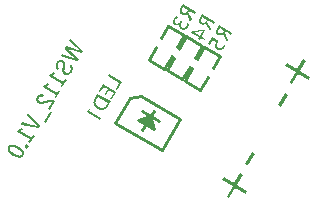
<source format=gbo>
G04*
G04 #@! TF.GenerationSoftware,Altium Limited,Altium Designer,20.2.8 (258)*
G04*
G04 Layer_Color=32896*
%FSLAX25Y25*%
%MOIN*%
G70*
G04*
G04 #@! TF.SameCoordinates,CDCB3E45-2178-442F-9089-F16855EB5547*
G04*
G04*
G04 #@! TF.FilePolarity,Positive*
G04*
G01*
G75*
%ADD10C,0.01000*%
G36*
X-21442Y136931D02*
X-21941Y136066D01*
X-25118Y137057D01*
X-25399Y137144D01*
X-25683Y137244D01*
X-25967Y137344D01*
X-26231Y137443D01*
X-26357Y137483D01*
X-26462Y137523D01*
X-26559Y137558D01*
X-26644Y137596D01*
X-26713Y137625D01*
X-26765Y137645D01*
X-26802Y137655D01*
X-26810Y137660D01*
X-26633Y137504D01*
X-26467Y137366D01*
X-26309Y137232D01*
X-26171Y137120D01*
X-26041Y137013D01*
X-25935Y136919D01*
X-25836Y136830D01*
X-25749Y136759D01*
X-25671Y136692D01*
X-25608Y136635D01*
X-25553Y136582D01*
X-25510Y136546D01*
X-25482Y136519D01*
X-25463Y136497D01*
X-25447Y136488D01*
X-25439Y136483D01*
X-22982Y134264D01*
X-23481Y133399D01*
X-29130Y135122D01*
X-28727Y135819D01*
X-25570Y134776D01*
X-25436Y134730D01*
X-25302Y134685D01*
X-25168Y134640D01*
X-25047Y134591D01*
X-24937Y134559D01*
X-24860Y134526D01*
X-24823Y134515D01*
X-24795Y134509D01*
X-24787Y134505D01*
X-24779Y134500D01*
X-24657Y134451D01*
X-24544Y134407D01*
X-24438Y134368D01*
X-24349Y134338D01*
X-24268Y134312D01*
X-24199Y134283D01*
X-24134Y134267D01*
X-24089Y134252D01*
X-24008Y134226D01*
X-23955Y134206D01*
X-23941Y134204D01*
X-24081Y134321D01*
X-24230Y134451D01*
X-24372Y134575D01*
X-24502Y134683D01*
X-24612Y134789D01*
X-24731Y134879D01*
X-24829Y134967D01*
X-24912Y135047D01*
X-24990Y135114D01*
X-25061Y135176D01*
X-25121Y135221D01*
X-25168Y135269D01*
X-25203Y135301D01*
X-25235Y135319D01*
X-25246Y135336D01*
X-25254Y135341D01*
X-27724Y137557D01*
X-27201Y138462D01*
X-24049Y137465D01*
X-23997Y137445D01*
X-23915Y137420D01*
X-23818Y137385D01*
X-23700Y137349D01*
X-23566Y137303D01*
X-23424Y137253D01*
X-23132Y137149D01*
X-22982Y137094D01*
X-22848Y137049D01*
X-22714Y137004D01*
X-22600Y136960D01*
X-22511Y136929D01*
X-22430Y136904D01*
X-22403Y136895D01*
X-22682Y137114D01*
X-22816Y137234D01*
X-22954Y137346D01*
X-23076Y137448D01*
X-23199Y137551D01*
X-23310Y137636D01*
X-23408Y137725D01*
X-23495Y137796D01*
X-23574Y137863D01*
X-23637Y137921D01*
X-23692Y137974D01*
X-23743Y138014D01*
X-23770Y138041D01*
X-23790Y138063D01*
X-23798Y138067D01*
X-26202Y140193D01*
X-25791Y140906D01*
X-21442Y136931D01*
D02*
G37*
G36*
X-28802Y133950D02*
X-28618Y133918D01*
X-28463Y133872D01*
X-28394Y133843D01*
X-28342Y133823D01*
X-28289Y133803D01*
X-28257Y133785D01*
X-28241Y133776D01*
X-28233Y133771D01*
X-28045Y133652D01*
X-27912Y133532D01*
X-27799Y133413D01*
X-27730Y133310D01*
X-27673Y133223D01*
X-27640Y133151D01*
X-27627Y133100D01*
X-27623Y133088D01*
X-27577Y132965D01*
X-27538Y132847D01*
X-27496Y132587D01*
X-27487Y132325D01*
X-27502Y132078D01*
X-27523Y131855D01*
X-27533Y131765D01*
X-27546Y131687D01*
X-27562Y131621D01*
X-27574Y131564D01*
X-27580Y131535D01*
X-27584Y131527D01*
X-27644Y131295D01*
X-27677Y131164D01*
X-27700Y131049D01*
X-27724Y130935D01*
X-27746Y130841D01*
X-27760Y130742D01*
X-27765Y130660D01*
X-27778Y130507D01*
X-27776Y130399D01*
X-27769Y130320D01*
X-27768Y130266D01*
X-27764Y130253D01*
X-27726Y130135D01*
X-27670Y130028D01*
X-27597Y129933D01*
X-27528Y129850D01*
X-27449Y129783D01*
X-27389Y129738D01*
X-27341Y129710D01*
X-27333Y129705D01*
X-27325Y129701D01*
X-27200Y129639D01*
X-27082Y129603D01*
X-26963Y129588D01*
X-26873Y129578D01*
X-26785Y129581D01*
X-26722Y129598D01*
X-26676Y129604D01*
X-26664Y129607D01*
X-26519Y129673D01*
X-26381Y129764D01*
X-26262Y129877D01*
X-26151Y129995D01*
X-26066Y130106D01*
X-26026Y130157D01*
X-25998Y130205D01*
X-25971Y130233D01*
X-25939Y130289D01*
X-25868Y130430D01*
X-25815Y130559D01*
X-25779Y130677D01*
X-25755Y130792D01*
X-25738Y130878D01*
X-25734Y130940D01*
X-25727Y130989D01*
X-25730Y131002D01*
X-25769Y131194D01*
X-25837Y131373D01*
X-25927Y131531D01*
X-26013Y131677D01*
X-26097Y131790D01*
X-26170Y131886D01*
X-26206Y131917D01*
X-26225Y131939D01*
X-26237Y131956D01*
X-26245Y131961D01*
X-25627Y132512D01*
X-25445Y132311D01*
X-25303Y132112D01*
X-25195Y131910D01*
X-25114Y131736D01*
X-25061Y131587D01*
X-25031Y131474D01*
X-25015Y131390D01*
X-25012Y131377D01*
X-25008Y131364D01*
X-25000Y131231D01*
X-24999Y131103D01*
X-25027Y130852D01*
X-25083Y130606D01*
X-25154Y130391D01*
X-25188Y130294D01*
X-25219Y130204D01*
X-25257Y130120D01*
X-25294Y130055D01*
X-25314Y130003D01*
X-25434Y129795D01*
X-25524Y129675D01*
X-25609Y129565D01*
X-25690Y129462D01*
X-25782Y129376D01*
X-25857Y129302D01*
X-25936Y129240D01*
X-26014Y129179D01*
X-26075Y129128D01*
X-26139Y129091D01*
X-26199Y129061D01*
X-26246Y129035D01*
X-26276Y129020D01*
X-26306Y129006D01*
X-26331Y128999D01*
X-26476Y128933D01*
X-26620Y128888D01*
X-26754Y128858D01*
X-26884Y128837D01*
X-27017Y128829D01*
X-27133Y128831D01*
X-27252Y128847D01*
X-27359Y128866D01*
X-27539Y128905D01*
X-27620Y128931D01*
X-27681Y128955D01*
X-27741Y128980D01*
X-27773Y128998D01*
X-27797Y129012D01*
X-27806Y129017D01*
X-27985Y129131D01*
X-28127Y129256D01*
X-28232Y129370D01*
X-28313Y129470D01*
X-28365Y129564D01*
X-28398Y129637D01*
X-28412Y129687D01*
X-28415Y129700D01*
X-28462Y129823D01*
X-28495Y129949D01*
X-28525Y130084D01*
X-28537Y130229D01*
X-28537Y130507D01*
X-28521Y130775D01*
X-28505Y130895D01*
X-28490Y131014D01*
X-28467Y131108D01*
X-28458Y131199D01*
X-28437Y131272D01*
X-28425Y131329D01*
X-28415Y131366D01*
X-28410Y131374D01*
X-28349Y131627D01*
X-28295Y131831D01*
X-28264Y132016D01*
X-28238Y132172D01*
X-28230Y132296D01*
X-28224Y132399D01*
X-28224Y132473D01*
X-28229Y132519D01*
X-28233Y132532D01*
X-28271Y132650D01*
X-28327Y132757D01*
X-28392Y132848D01*
X-28474Y132928D01*
X-28545Y132990D01*
X-28600Y133043D01*
X-28648Y133071D01*
X-28656Y133075D01*
X-28664Y133080D01*
X-28781Y133137D01*
X-28891Y133168D01*
X-28997Y133187D01*
X-29093Y133188D01*
X-29172Y133181D01*
X-29230Y133172D01*
X-29268Y133162D01*
X-29281Y133158D01*
X-29416Y133108D01*
X-29537Y133029D01*
X-29647Y132932D01*
X-29736Y132833D01*
X-29815Y132751D01*
X-29874Y132668D01*
X-29916Y132596D01*
X-29982Y132463D01*
X-30019Y132324D01*
X-30044Y132189D01*
X-30048Y132052D01*
X-30034Y131927D01*
X-30009Y131805D01*
X-29970Y131687D01*
X-29927Y131577D01*
X-29875Y131482D01*
X-29822Y131388D01*
X-29773Y131307D01*
X-29728Y131237D01*
X-29681Y131189D01*
X-29650Y131150D01*
X-29627Y131115D01*
X-29619Y131111D01*
X-30209Y130533D01*
X-30387Y130742D01*
X-30520Y130957D01*
X-30618Y131175D01*
X-30689Y131386D01*
X-30738Y131596D01*
X-30756Y131788D01*
X-30760Y131983D01*
X-30741Y132164D01*
X-30719Y132333D01*
X-30685Y132484D01*
X-30639Y132618D01*
X-30603Y132736D01*
X-30560Y132829D01*
X-30531Y132898D01*
X-30425Y133082D01*
X-30340Y133193D01*
X-30170Y133394D01*
X-30003Y133554D01*
X-29925Y133616D01*
X-29847Y133677D01*
X-29765Y133726D01*
X-29700Y133764D01*
X-29636Y133801D01*
X-29589Y133827D01*
X-29546Y133846D01*
X-29516Y133860D01*
X-29499Y133872D01*
X-29487Y133875D01*
X-29368Y133914D01*
X-29246Y133940D01*
X-29129Y133957D01*
X-29021Y133959D01*
X-28914Y133961D01*
X-28802Y133950D01*
D02*
G37*
G36*
X-30802Y129433D02*
X-30911Y129336D01*
X-31011Y129255D01*
X-31119Y129178D01*
X-31210Y129113D01*
X-31301Y129048D01*
X-31383Y128999D01*
X-31529Y128913D01*
X-31645Y128841D01*
X-31738Y128809D01*
X-31793Y128788D01*
X-31811Y128777D01*
X-28134Y126654D01*
X-27584Y127607D01*
X-27015Y127278D01*
X-28467Y124763D01*
X-29036Y125092D01*
X-28518Y125989D01*
X-32900Y128519D01*
X-32590Y129055D01*
X-32329Y129193D01*
X-32088Y129332D01*
X-31873Y129464D01*
X-31687Y129602D01*
X-31600Y129659D01*
X-31539Y129709D01*
X-31470Y129755D01*
X-31422Y129802D01*
X-31378Y129840D01*
X-31344Y129863D01*
X-31326Y129875D01*
X-31322Y129883D01*
X-30802Y129433D01*
D02*
G37*
G36*
X-35382Y122443D02*
X-35164Y122413D01*
X-34964Y122372D01*
X-34890Y122351D01*
X-34817Y122330D01*
X-34764Y122311D01*
X-34719Y122295D01*
X-34691Y122290D01*
X-34683Y122285D01*
X-34931Y121542D01*
X-35117Y121607D01*
X-35285Y121650D01*
X-35440Y121676D01*
X-35582Y121672D01*
X-35715Y121663D01*
X-35828Y121633D01*
X-35934Y121598D01*
X-36024Y121553D01*
X-36101Y121512D01*
X-36174Y121459D01*
X-36223Y121412D01*
X-36271Y121365D01*
X-36307Y121322D01*
X-36334Y121294D01*
X-36352Y121262D01*
X-36409Y121145D01*
X-36445Y121027D01*
X-36468Y120913D01*
X-36487Y120806D01*
X-36501Y120707D01*
X-36502Y120633D01*
X-36496Y120587D01*
X-36498Y120566D01*
X-36448Y120485D01*
X-36379Y120402D01*
X-36305Y120327D01*
X-36226Y120260D01*
X-36150Y120206D01*
X-36091Y120161D01*
X-36051Y120138D01*
X-36043Y120133D01*
X-36035Y120128D01*
X-35926Y120076D01*
X-35825Y120029D01*
X-35723Y120002D01*
X-35629Y119980D01*
X-35551Y119967D01*
X-35494Y119955D01*
X-35453Y119952D01*
X-35440Y119956D01*
X-35366Y119956D01*
X-35286Y119963D01*
X-35098Y119993D01*
X-34905Y120031D01*
X-34720Y120074D01*
X-34548Y120114D01*
X-34409Y120151D01*
X-34354Y120173D01*
X-34316Y120183D01*
X-34291Y120189D01*
X-34278Y120193D01*
X-33995Y120275D01*
X-33722Y120342D01*
X-33453Y120400D01*
X-33202Y120447D01*
X-32967Y120483D01*
X-32738Y120511D01*
X-32534Y120531D01*
X-32339Y120536D01*
X-32160Y120551D01*
X-32010Y120550D01*
X-31874Y120546D01*
X-31758Y120543D01*
X-31675Y120538D01*
X-31601Y120538D01*
X-31564Y120527D01*
X-31552Y120531D01*
X-31071Y120253D01*
X-32773Y117305D01*
X-33358Y117643D01*
X-32049Y119910D01*
X-32198Y119911D01*
X-32364Y119900D01*
X-32535Y119881D01*
X-32711Y119854D01*
X-33067Y119793D01*
X-33404Y119709D01*
X-33568Y119665D01*
X-33715Y119633D01*
X-33846Y119591D01*
X-33959Y119560D01*
X-34053Y119529D01*
X-34120Y119504D01*
X-34171Y119490D01*
X-34183Y119487D01*
X-34471Y119396D01*
X-34723Y119328D01*
X-34938Y119271D01*
X-35131Y119233D01*
X-35274Y119208D01*
X-35378Y119194D01*
X-35449Y119182D01*
X-35470Y119183D01*
X-35660Y119186D01*
X-35837Y119213D01*
X-36009Y119248D01*
X-36151Y119298D01*
X-36272Y119347D01*
X-36362Y119377D01*
X-36394Y119396D01*
X-36418Y119410D01*
X-36434Y119419D01*
X-36442Y119423D01*
X-36546Y119483D01*
X-36633Y119555D01*
X-36786Y119697D01*
X-36914Y119845D01*
X-37005Y119983D01*
X-37072Y120108D01*
X-37120Y120210D01*
X-37145Y120278D01*
X-37156Y120295D01*
X-37152Y120303D01*
X-37182Y120417D01*
X-37200Y120534D01*
X-37197Y120650D01*
X-37194Y120766D01*
X-37165Y120984D01*
X-37115Y121179D01*
X-37047Y121354D01*
X-37026Y121427D01*
X-36994Y121483D01*
X-36974Y121536D01*
X-36937Y121600D01*
X-36810Y121783D01*
X-36671Y121949D01*
X-36531Y122081D01*
X-36401Y122177D01*
X-36280Y122257D01*
X-36186Y122309D01*
X-36151Y122332D01*
X-36121Y122346D01*
X-36101Y122345D01*
X-36096Y122353D01*
X-35978Y122392D01*
X-35864Y122422D01*
X-35614Y122449D01*
X-35382Y122443D01*
D02*
G37*
G36*
X-32920Y125764D02*
X-33029Y125667D01*
X-33130Y125586D01*
X-33238Y125510D01*
X-33329Y125444D01*
X-33419Y125380D01*
X-33501Y125330D01*
X-33647Y125244D01*
X-33764Y125172D01*
X-33857Y125141D01*
X-33912Y125119D01*
X-33929Y125108D01*
X-30252Y122985D01*
X-29702Y123938D01*
X-29133Y123610D01*
X-30585Y121094D01*
X-31154Y121423D01*
X-30636Y122320D01*
X-35018Y124850D01*
X-34708Y125386D01*
X-34447Y125524D01*
X-34207Y125663D01*
X-33991Y125795D01*
X-33805Y125933D01*
X-33719Y125990D01*
X-33658Y126040D01*
X-33588Y126086D01*
X-33540Y126133D01*
X-33496Y126172D01*
X-33462Y126194D01*
X-33445Y126206D01*
X-33440Y126214D01*
X-32920Y125764D01*
D02*
G37*
G36*
X-32054Y116441D02*
X-34033Y113013D01*
X-34442Y113249D01*
X-32462Y116677D01*
X-32054Y116441D01*
D02*
G37*
G36*
X-35909Y111874D02*
X-36385Y111049D01*
X-42283Y112339D01*
X-41886Y113028D01*
X-38550Y112256D01*
X-38420Y112223D01*
X-38276Y112194D01*
X-38138Y112157D01*
X-37999Y112119D01*
X-37876Y112091D01*
X-37779Y112057D01*
X-37746Y112059D01*
X-37722Y112045D01*
X-37701Y112044D01*
X-37693Y112039D01*
X-37563Y112006D01*
X-37444Y111970D01*
X-37334Y111939D01*
X-37240Y111916D01*
X-37159Y111891D01*
X-37094Y111874D01*
X-37029Y111858D01*
X-36971Y111846D01*
X-36890Y111821D01*
X-36841Y111814D01*
X-36812Y111808D01*
X-36804Y111803D01*
X-36878Y111878D01*
X-36964Y111970D01*
X-37057Y112067D01*
X-37151Y112164D01*
X-37241Y112248D01*
X-37308Y112318D01*
X-37335Y112345D01*
X-37354Y112367D01*
X-37366Y112384D01*
X-37374Y112389D01*
X-37542Y112560D01*
X-37682Y112706D01*
X-37808Y112821D01*
X-37905Y112930D01*
X-37979Y113005D01*
X-38034Y113058D01*
X-38065Y113097D01*
X-38081Y113107D01*
X-40410Y115584D01*
X-39985Y116321D01*
X-35909Y111874D01*
D02*
G37*
G36*
X-41546Y110824D02*
X-41655Y110727D01*
X-41755Y110646D01*
X-41863Y110570D01*
X-41954Y110504D01*
X-42045Y110440D01*
X-42127Y110390D01*
X-42273Y110304D01*
X-42389Y110232D01*
X-42482Y110201D01*
X-42537Y110179D01*
X-42555Y110168D01*
X-38878Y108045D01*
X-38327Y108998D01*
X-37759Y108670D01*
X-39211Y106154D01*
X-39780Y106483D01*
X-39262Y107380D01*
X-43644Y109910D01*
X-43334Y110446D01*
X-43073Y110584D01*
X-42832Y110723D01*
X-42617Y110855D01*
X-42430Y110993D01*
X-42344Y111050D01*
X-42283Y111100D01*
X-42214Y111146D01*
X-42166Y111193D01*
X-42122Y111232D01*
X-42087Y111254D01*
X-42070Y111266D01*
X-42066Y111274D01*
X-41546Y110824D01*
D02*
G37*
G36*
X-39749Y105204D02*
X-40244Y104347D01*
X-41093Y104837D01*
X-40598Y105695D01*
X-39749Y105204D01*
D02*
G37*
G36*
X-44796Y105619D02*
X-44518Y105565D01*
X-44240Y105491D01*
X-43988Y105409D01*
X-43753Y105316D01*
X-43547Y105229D01*
X-43462Y105191D01*
X-43378Y105153D01*
X-43314Y105116D01*
X-43253Y105091D01*
X-43205Y105064D01*
X-43173Y105045D01*
X-43149Y105031D01*
X-43141Y105027D01*
X-42921Y104889D01*
X-42718Y104761D01*
X-42535Y104634D01*
X-42372Y104508D01*
X-42218Y104387D01*
X-42079Y104275D01*
X-41962Y104164D01*
X-41860Y104063D01*
X-41767Y103966D01*
X-41689Y103879D01*
X-41623Y103808D01*
X-41572Y103747D01*
X-41530Y103691D01*
X-41508Y103656D01*
X-41493Y103627D01*
X-41485Y103622D01*
X-41406Y103480D01*
X-41345Y103328D01*
X-41308Y103189D01*
X-41278Y103054D01*
X-41266Y102908D01*
X-41266Y102780D01*
X-41281Y102661D01*
X-41297Y102541D01*
X-41316Y102435D01*
X-41350Y102337D01*
X-41376Y102256D01*
X-41402Y102175D01*
X-41429Y102127D01*
X-41449Y102074D01*
X-41468Y102042D01*
X-41554Y101910D01*
X-41652Y101796D01*
X-41758Y101686D01*
X-41871Y101602D01*
X-41987Y101530D01*
X-42107Y101471D01*
X-42238Y101429D01*
X-42377Y101392D01*
X-42652Y101359D01*
X-42943Y101356D01*
X-43231Y101393D01*
X-43517Y101452D01*
X-43786Y101522D01*
X-44046Y101608D01*
X-44281Y101701D01*
X-44487Y101788D01*
X-44580Y101831D01*
X-44665Y101869D01*
X-44729Y101906D01*
X-44790Y101930D01*
X-44838Y101958D01*
X-44870Y101977D01*
X-44894Y101991D01*
X-44902Y101995D01*
X-45118Y102120D01*
X-45317Y102256D01*
X-45500Y102383D01*
X-45663Y102509D01*
X-45817Y102630D01*
X-45955Y102742D01*
X-46065Y102848D01*
X-46174Y102954D01*
X-46260Y103047D01*
X-46338Y103134D01*
X-46404Y103204D01*
X-46454Y103265D01*
X-46488Y103317D01*
X-46511Y103352D01*
X-46531Y103374D01*
X-46534Y103386D01*
X-46613Y103528D01*
X-46670Y103668D01*
X-46711Y103820D01*
X-46740Y103954D01*
X-46749Y104087D01*
X-46745Y104224D01*
X-46737Y104347D01*
X-46714Y104462D01*
X-46695Y104569D01*
X-46660Y104666D01*
X-46635Y104747D01*
X-46614Y104821D01*
X-46581Y104877D01*
X-46562Y104929D01*
X-46543Y104962D01*
X-46456Y105093D01*
X-46358Y105207D01*
X-46252Y105317D01*
X-46139Y105401D01*
X-46023Y105473D01*
X-45904Y105532D01*
X-45773Y105574D01*
X-45642Y105616D01*
X-45366Y105649D01*
X-45076Y105652D01*
X-44796Y105619D01*
D02*
G37*
G36*
X31739Y95634D02*
X29768Y92219D01*
X33166Y90257D01*
X32611Y89295D01*
X29212Y91258D01*
X27223Y87811D01*
X26277Y88357D01*
X28267Y91803D01*
X24852Y93775D01*
X25408Y94737D01*
X28822Y92765D01*
X30793Y96180D01*
X31739Y95634D01*
D02*
G37*
G36*
X35707Y102643D02*
X33431Y98700D01*
X32293Y99357D01*
X34569Y103300D01*
X35707Y102643D01*
D02*
G37*
G36*
X46707Y122143D02*
X44431Y118200D01*
X43293Y118857D01*
X45569Y122800D01*
X46707Y122143D01*
D02*
G37*
G36*
X52723Y133643D02*
X50733Y130196D01*
X54148Y128225D01*
X53592Y127263D01*
X50178Y129235D01*
X48207Y125820D01*
X47261Y126366D01*
X49232Y129781D01*
X45834Y131743D01*
X46389Y132705D01*
X49788Y130743D01*
X51777Y134189D01*
X52723Y133643D01*
D02*
G37*
G36*
X28185Y142959D02*
X27826Y142337D01*
X25974Y143406D01*
X25641Y142830D01*
X26772Y140511D01*
X26331Y139748D01*
X25124Y142393D01*
X25010Y142314D01*
X24899Y142241D01*
X24800Y142187D01*
X24708Y142147D01*
X24630Y142115D01*
X24572Y142088D01*
X24532Y142078D01*
X24521Y142075D01*
X24408Y142055D01*
X24304Y142038D01*
X24197Y142031D01*
X24111Y142030D01*
X24035Y142031D01*
X23972Y142041D01*
X23939Y142043D01*
X23923Y142044D01*
X23815Y142064D01*
X23710Y142090D01*
X23616Y142119D01*
X23531Y142151D01*
X23464Y142181D01*
X23415Y142201D01*
X23383Y142219D01*
X23370Y142227D01*
X23293Y142271D01*
X23224Y142328D01*
X23095Y142446D01*
X22993Y142564D01*
X22907Y142682D01*
X22851Y142792D01*
X22827Y142840D01*
X22806Y142877D01*
X22791Y142911D01*
X22780Y142935D01*
X22777Y142945D01*
X22774Y142955D01*
X22750Y143046D01*
X22735Y143140D01*
X22735Y143243D01*
X22741Y143342D01*
X22783Y143548D01*
X22835Y143741D01*
X22870Y143832D01*
X22904Y143906D01*
X22938Y143980D01*
X22965Y144041D01*
X22988Y144096D01*
X23795Y145493D01*
X28185Y142959D01*
D02*
G37*
G36*
X23569Y140173D02*
X23489Y140065D01*
X23456Y140007D01*
X23424Y139966D01*
X23290Y139735D01*
X23236Y139612D01*
X23186Y139496D01*
X23146Y139382D01*
X23114Y139281D01*
X23081Y139181D01*
X23066Y139095D01*
X23051Y139010D01*
X23043Y138938D01*
X23040Y138872D01*
X23033Y138816D01*
X23034Y138772D01*
X23034Y138729D01*
X23036Y138703D01*
X23039Y138693D01*
X23041Y138682D01*
X23059Y138595D01*
X23088Y138511D01*
X23119Y138433D01*
X23155Y138361D01*
X23243Y138233D01*
X23333Y138121D01*
X23424Y138043D01*
X23465Y138011D01*
X23500Y137982D01*
X23528Y137957D01*
X23554Y137942D01*
X23567Y137935D01*
X23573Y137931D01*
X23722Y137863D01*
X23865Y137814D01*
X23998Y137780D01*
X24120Y137769D01*
X24230Y137766D01*
X24306Y137765D01*
X24359Y137768D01*
X24373Y137777D01*
X24379Y137773D01*
X24456Y137789D01*
X24524Y137818D01*
X24658Y137886D01*
X24769Y137975D01*
X24874Y138068D01*
X24953Y138160D01*
X24985Y138201D01*
X25007Y138240D01*
X25032Y138268D01*
X25058Y138313D01*
X25137Y138464D01*
X25203Y138622D01*
X25258Y138778D01*
X25300Y138925D01*
X25328Y139046D01*
X25344Y139105D01*
X25354Y139150D01*
X25356Y139183D01*
X25364Y139213D01*
X25365Y139229D01*
X25369Y139236D01*
X25888Y138936D01*
X25831Y138764D01*
X25769Y138612D01*
X25714Y138472D01*
X25658Y138360D01*
X25609Y138260D01*
X25593Y138218D01*
X25541Y138128D01*
X25446Y137978D01*
X25352Y137844D01*
X25258Y137727D01*
X25163Y137620D01*
X25074Y137526D01*
X24976Y137446D01*
X24892Y137375D01*
X24810Y137320D01*
X24730Y137272D01*
X24661Y137226D01*
X24593Y137197D01*
X24545Y137173D01*
X24498Y137150D01*
X24467Y137142D01*
X24447Y137136D01*
X24437Y137133D01*
X24319Y137107D01*
X24209Y137094D01*
X24093Y137084D01*
X23983Y137088D01*
X23878Y137097D01*
X23783Y137110D01*
X23603Y137154D01*
X23521Y137175D01*
X23450Y137199D01*
X23395Y137222D01*
X23340Y137246D01*
X23298Y137261D01*
X23266Y137280D01*
X23246Y137291D01*
X23240Y137295D01*
X23128Y137368D01*
X23027Y137443D01*
X22935Y137522D01*
X22858Y137609D01*
X22780Y137697D01*
X22715Y137777D01*
X22658Y137870D01*
X22610Y137949D01*
X22568Y138025D01*
X22532Y138096D01*
X22503Y138164D01*
X22483Y138219D01*
X22470Y138269D01*
X22455Y138303D01*
X22450Y138323D01*
X22447Y138334D01*
X22422Y138468D01*
X22413Y138601D01*
X22415Y138737D01*
X22433Y138872D01*
X22451Y139006D01*
X22485Y139140D01*
X22560Y139388D01*
X22600Y139501D01*
X22643Y139605D01*
X22688Y139698D01*
X22726Y139779D01*
X22753Y139840D01*
X22805Y139930D01*
X21651Y140596D01*
X20671Y138898D01*
X20158Y139194D01*
X21434Y141405D01*
X23569Y140173D01*
D02*
G37*
G36*
X22428Y146581D02*
X22069Y145960D01*
X20217Y147029D01*
X19884Y146452D01*
X21015Y144133D01*
X20574Y143370D01*
X19367Y146016D01*
X19253Y145936D01*
X19143Y145863D01*
X19043Y145810D01*
X18951Y145769D01*
X18873Y145737D01*
X18815Y145711D01*
X18775Y145700D01*
X18765Y145697D01*
X18651Y145677D01*
X18547Y145660D01*
X18440Y145654D01*
X18354Y145652D01*
X18278Y145653D01*
X18216Y145664D01*
X18183Y145666D01*
X18166Y145667D01*
X18058Y145686D01*
X17953Y145713D01*
X17859Y145741D01*
X17775Y145773D01*
X17707Y145804D01*
X17658Y145823D01*
X17626Y145842D01*
X17614Y145849D01*
X17537Y145894D01*
X17467Y145951D01*
X17338Y146068D01*
X17236Y146187D01*
X17150Y146305D01*
X17094Y146414D01*
X17070Y146462D01*
X17049Y146500D01*
X17035Y146534D01*
X17023Y146558D01*
X17020Y146568D01*
X17017Y146578D01*
X16993Y146669D01*
X16979Y146762D01*
X16978Y146865D01*
X16984Y146964D01*
X17026Y147171D01*
X17078Y147363D01*
X17113Y147454D01*
X17147Y147528D01*
X17182Y147602D01*
X17209Y147664D01*
X17232Y147719D01*
X18038Y149116D01*
X22428Y146581D01*
D02*
G37*
G36*
X19113Y143710D02*
X17977Y141743D01*
X19220Y141025D01*
X18902Y140474D01*
X17659Y141192D01*
X17318Y140602D01*
X16838Y140880D01*
X17178Y141469D01*
X14512Y143008D01*
X14830Y143560D01*
X18671Y143965D01*
X19113Y143710D01*
D02*
G37*
G36*
X16056Y149856D02*
X15697Y149235D01*
X13845Y150304D01*
X13512Y149727D01*
X14643Y147408D01*
X14202Y146646D01*
X12995Y149291D01*
X12881Y149211D01*
X12770Y149138D01*
X12671Y149085D01*
X12579Y149044D01*
X12501Y149012D01*
X12443Y148986D01*
X12403Y148975D01*
X12393Y148972D01*
X12279Y148952D01*
X12175Y148935D01*
X12068Y148929D01*
X11982Y148927D01*
X11906Y148928D01*
X11844Y148939D01*
X11811Y148941D01*
X11794Y148942D01*
X11686Y148961D01*
X11581Y148988D01*
X11487Y149017D01*
X11402Y149048D01*
X11335Y149079D01*
X11286Y149098D01*
X11254Y149117D01*
X11241Y149124D01*
X11164Y149169D01*
X11095Y149226D01*
X10966Y149343D01*
X10864Y149462D01*
X10778Y149580D01*
X10722Y149689D01*
X10698Y149737D01*
X10677Y149775D01*
X10662Y149809D01*
X10651Y149833D01*
X10648Y149843D01*
X10645Y149853D01*
X10621Y149944D01*
X10607Y150038D01*
X10606Y150140D01*
X10612Y150239D01*
X10654Y150446D01*
X10706Y150638D01*
X10741Y150729D01*
X10775Y150803D01*
X10809Y150877D01*
X10836Y150939D01*
X10860Y150994D01*
X11666Y152391D01*
X16056Y149856D01*
D02*
G37*
G36*
X9957Y148114D02*
X9769Y147966D01*
X9608Y147820D01*
X9471Y147686D01*
X9364Y147559D01*
X9314Y147503D01*
X9274Y147449D01*
X9242Y147407D01*
X9220Y147369D01*
X9195Y147341D01*
X9169Y147296D01*
X9094Y147151D01*
X9043Y147018D01*
X9016Y146897D01*
X9000Y146795D01*
X8997Y146703D01*
X8997Y146643D01*
X9004Y146596D01*
X9007Y146586D01*
X9043Y146471D01*
X9090Y146376D01*
X9155Y146295D01*
X9217Y146225D01*
X9280Y146172D01*
X9324Y146129D01*
X9363Y146107D01*
X9369Y146104D01*
X9376Y146100D01*
X9511Y146039D01*
X9635Y146001D01*
X9763Y145987D01*
X9879Y145980D01*
X9975Y145984D01*
X10059Y145996D01*
X10106Y146003D01*
X10126Y146008D01*
X10200Y146034D01*
X10276Y146076D01*
X10349Y146128D01*
X10421Y146180D01*
X10552Y146318D01*
X10677Y146459D01*
X10781Y146596D01*
X10825Y146656D01*
X10858Y146714D01*
X10894Y146761D01*
X10931Y146825D01*
X11052Y147020D01*
X11443Y146795D01*
X11232Y146429D01*
X11171Y146294D01*
X11117Y146171D01*
X11077Y146057D01*
X11045Y145957D01*
X11018Y145852D01*
X10997Y145770D01*
X10986Y145692D01*
X10978Y145619D01*
X10974Y145553D01*
X10977Y145500D01*
X10978Y145457D01*
X10986Y145426D01*
X10988Y145400D01*
X10987Y145383D01*
X10993Y145379D01*
X11015Y145299D01*
X11050Y145227D01*
X11119Y145093D01*
X11198Y144979D01*
X11282Y144888D01*
X11361Y144817D01*
X11428Y144770D01*
X11450Y144749D01*
X11469Y144738D01*
X11481Y144730D01*
X11488Y144726D01*
X11630Y144662D01*
X11777Y144620D01*
X11901Y144599D01*
X12021Y144598D01*
X12127Y144605D01*
X12201Y144614D01*
X12251Y144628D01*
X12271Y144633D01*
X12414Y144687D01*
X12538Y144770D01*
X12650Y144859D01*
X12738Y144953D01*
X12813Y145038D01*
X12842Y145073D01*
X12864Y145111D01*
X12889Y145140D01*
X12911Y145178D01*
X12983Y145333D01*
X13046Y145501D01*
X13104Y145690D01*
X13148Y145870D01*
X13167Y145962D01*
X13184Y146037D01*
X13202Y146112D01*
X13213Y146175D01*
X13219Y146230D01*
X13231Y146266D01*
X13230Y146293D01*
X13233Y146299D01*
X13778Y145985D01*
X13697Y145741D01*
X13621Y145520D01*
X13582Y145423D01*
X13543Y145326D01*
X13505Y145245D01*
X13471Y145171D01*
X13444Y145110D01*
X13417Y145048D01*
X13391Y145003D01*
X13372Y144955D01*
X13331Y144884D01*
X13239Y144741D01*
X13145Y144607D01*
X13052Y144490D01*
X12960Y144389D01*
X12865Y144299D01*
X12777Y144221D01*
X12691Y144160D01*
X12608Y144106D01*
X12535Y144054D01*
X12463Y144018D01*
X12405Y143992D01*
X12351Y143972D01*
X12307Y143955D01*
X12277Y143946D01*
X12256Y143941D01*
X12246Y143938D01*
X12132Y143919D01*
X12022Y143905D01*
X11913Y143909D01*
X11814Y143914D01*
X11623Y143939D01*
X11456Y143976D01*
X11385Y144000D01*
X11320Y144020D01*
X11258Y144047D01*
X11210Y144067D01*
X11174Y144079D01*
X11148Y144094D01*
X11129Y144105D01*
X11123Y144108D01*
X11024Y144174D01*
X10935Y144243D01*
X10859Y144303D01*
X10793Y144367D01*
X10744Y144430D01*
X10700Y144472D01*
X10682Y144500D01*
X10673Y144513D01*
X10615Y144606D01*
X10568Y144702D01*
X10527Y144794D01*
X10505Y144875D01*
X10490Y144952D01*
X10474Y145013D01*
X10470Y145050D01*
X10467Y145060D01*
X10457Y145176D01*
X10465Y145308D01*
X10483Y145443D01*
X10504Y145568D01*
X10527Y145683D01*
X10553Y145771D01*
X10561Y145800D01*
X10570Y145829D01*
X10570Y145846D01*
X10574Y145852D01*
X10459Y145756D01*
X10345Y145677D01*
X10242Y145617D01*
X10153Y145566D01*
X10077Y145524D01*
X10019Y145498D01*
X9985Y145483D01*
X9975Y145480D01*
X9870Y145447D01*
X9773Y145426D01*
X9689Y145415D01*
X9606Y145403D01*
X9542Y145397D01*
X9493Y145400D01*
X9460Y145402D01*
X9450Y145399D01*
X9354Y145412D01*
X9262Y145430D01*
X9178Y145462D01*
X9100Y145490D01*
X9032Y145520D01*
X8984Y145540D01*
X8952Y145558D01*
X8939Y145566D01*
X8860Y145620D01*
X8780Y145675D01*
X8661Y145795D01*
X8563Y145920D01*
X8490Y146047D01*
X8444Y146159D01*
X8416Y146244D01*
X8400Y146304D01*
X8391Y146318D01*
X8394Y146325D01*
X8380Y146418D01*
X8376Y146514D01*
X8405Y146712D01*
X8453Y146914D01*
X8511Y147103D01*
X8549Y147184D01*
X8580Y147268D01*
X8611Y147336D01*
X8644Y147394D01*
X8668Y147449D01*
X8704Y147513D01*
X8796Y147656D01*
X8837Y147727D01*
X8880Y147787D01*
X8916Y147835D01*
X8938Y147873D01*
X8959Y147895D01*
X8967Y147908D01*
X9028Y147984D01*
X9103Y148069D01*
X9184Y148150D01*
X9265Y148232D01*
X9339Y148300D01*
X9395Y148353D01*
X9416Y148375D01*
X9433Y148390D01*
X9447Y148400D01*
X9451Y148406D01*
X9957Y148114D01*
D02*
G37*
G36*
X-8623Y126566D02*
X-10110Y123990D01*
X-10578Y124260D01*
X-9450Y126215D01*
X-13372Y128479D01*
X-13013Y129101D01*
X-8623Y126566D01*
D02*
G37*
G36*
X-10491Y123330D02*
X-11986Y120741D01*
X-12454Y121011D01*
X-11318Y122978D01*
X-12907Y123896D01*
X-13799Y122351D01*
X-14267Y122622D01*
X-13375Y124166D01*
X-14772Y124973D01*
X-15834Y123133D01*
X-16302Y123403D01*
X-14881Y125864D01*
X-10491Y123330D01*
D02*
G37*
G36*
X-12393Y120036D02*
X-13240Y118568D01*
X-13332Y118424D01*
X-13420Y118287D01*
X-13517Y118164D01*
X-13606Y118053D01*
X-13692Y117949D01*
X-13787Y117858D01*
X-13868Y117777D01*
X-13948Y117712D01*
X-14018Y117650D01*
X-14091Y117598D01*
X-14146Y117562D01*
X-14195Y117522D01*
X-14243Y117498D01*
X-14270Y117480D01*
X-14284Y117471D01*
X-14294Y117468D01*
X-14519Y117375D01*
X-14735Y117312D01*
X-14942Y117278D01*
X-15126Y117256D01*
X-15292Y117249D01*
X-15362Y117247D01*
X-15418Y117253D01*
X-15461Y117253D01*
X-15494Y117255D01*
X-15521Y117253D01*
X-15527Y117257D01*
X-15770Y117295D01*
X-16009Y117355D01*
X-16223Y117428D01*
X-16415Y117496D01*
X-16502Y117537D01*
X-16576Y117572D01*
X-16644Y117602D01*
X-16701Y117636D01*
X-16750Y117655D01*
X-16782Y117674D01*
X-16801Y117685D01*
X-16807Y117688D01*
X-17037Y117838D01*
X-17240Y117989D01*
X-17325Y118064D01*
X-17410Y118139D01*
X-17479Y118213D01*
X-17551Y118280D01*
X-17607Y118346D01*
X-17656Y118409D01*
X-17696Y118458D01*
X-17730Y118503D01*
X-17761Y118538D01*
X-17779Y118565D01*
X-17785Y118586D01*
X-17791Y118589D01*
X-17898Y118788D01*
X-17983Y118982D01*
X-18038Y119168D01*
X-18078Y119336D01*
X-18099Y119476D01*
X-18105Y119540D01*
X-18109Y119593D01*
X-18113Y119630D01*
X-18111Y119663D01*
X-18117Y119683D01*
X-18113Y119690D01*
X-18110Y119799D01*
X-18093Y119917D01*
X-18038Y120159D01*
X-17961Y120396D01*
X-17868Y120616D01*
X-17822Y120726D01*
X-17777Y120820D01*
X-17739Y120900D01*
X-17698Y120971D01*
X-17671Y121032D01*
X-16783Y122570D01*
X-12393Y120036D01*
D02*
G37*
G36*
X-19163Y117442D02*
X-19566Y116743D01*
X-15612Y114460D01*
X-15949Y113877D01*
X-20377Y116434D01*
X-19528Y117653D01*
X-19163Y117442D01*
D02*
G37*
%LPC*%
G36*
X-45224Y104990D02*
X-45331Y104988D01*
X-45415Y104973D01*
X-45499Y104957D01*
X-45575Y104937D01*
X-45647Y104904D01*
X-45763Y104832D01*
X-45851Y104754D01*
X-45909Y104691D01*
X-45935Y104664D01*
X-45958Y104624D01*
X-45992Y104547D01*
X-46021Y104478D01*
X-46050Y104335D01*
X-46046Y104194D01*
X-46025Y104064D01*
X-45990Y103959D01*
X-45961Y103878D01*
X-45932Y103818D01*
X-45929Y103806D01*
X-45921Y103801D01*
X-45856Y103710D01*
X-45778Y103623D01*
X-45684Y103526D01*
X-45578Y103432D01*
X-45340Y103252D01*
X-45102Y103072D01*
X-44979Y102990D01*
X-44871Y102918D01*
X-44767Y102857D01*
X-44676Y102794D01*
X-44596Y102748D01*
X-44539Y102715D01*
X-44507Y102697D01*
X-44491Y102688D01*
X-44307Y102581D01*
X-44134Y102492D01*
X-43977Y102412D01*
X-43824Y102345D01*
X-43679Y102282D01*
X-43549Y102229D01*
X-43428Y102180D01*
X-43322Y102141D01*
X-43225Y102106D01*
X-43144Y102080D01*
X-43078Y102064D01*
X-43013Y102048D01*
X-42964Y102041D01*
X-42935Y102035D01*
X-42914Y102033D01*
X-42906Y102029D01*
X-42795Y102018D01*
X-42700Y102016D01*
X-42608Y102027D01*
X-42524Y102043D01*
X-42444Y102071D01*
X-42371Y102104D01*
X-42260Y102168D01*
X-42164Y102241D01*
X-42102Y102312D01*
X-42075Y102339D01*
X-42052Y102380D01*
X-42019Y102456D01*
X-41990Y102525D01*
X-41965Y102660D01*
X-41961Y102797D01*
X-41987Y102919D01*
X-42014Y103020D01*
X-42047Y103092D01*
X-42068Y103147D01*
X-42080Y103164D01*
X-42153Y103260D01*
X-42234Y103360D01*
X-42336Y103462D01*
X-42450Y103560D01*
X-42686Y103760D01*
X-42937Y103937D01*
X-43053Y104014D01*
X-43168Y104092D01*
X-43268Y104160D01*
X-43364Y104215D01*
X-43439Y104270D01*
X-43495Y104302D01*
X-43527Y104321D01*
X-43543Y104330D01*
X-43727Y104436D01*
X-43900Y104525D01*
X-44057Y104605D01*
X-44211Y104672D01*
X-44356Y104735D01*
X-44486Y104788D01*
X-44599Y104832D01*
X-44704Y104872D01*
X-44802Y104907D01*
X-44883Y104932D01*
X-44956Y104953D01*
X-45014Y104965D01*
X-45063Y104972D01*
X-45092Y104978D01*
X-45112Y104979D01*
X-45120Y104984D01*
X-45224Y104990D01*
D02*
G37*
G36*
X23904Y144602D02*
X23682Y144217D01*
X23603Y144066D01*
X23536Y143934D01*
X23489Y143824D01*
X23460Y143730D01*
X23443Y143655D01*
X23430Y143602D01*
X23417Y143567D01*
X23420Y143556D01*
X23412Y143467D01*
X23417Y143388D01*
X23429Y143321D01*
X23446Y143260D01*
X23465Y143206D01*
X23480Y143172D01*
X23492Y143148D01*
X23494Y143138D01*
X23534Y143072D01*
X23583Y143010D01*
X23633Y142964D01*
X23684Y142917D01*
X23731Y142881D01*
X23766Y142853D01*
X23791Y142838D01*
X23798Y142834D01*
X23933Y142773D01*
X24064Y142732D01*
X24195Y142708D01*
X24317Y142697D01*
X24420Y142698D01*
X24499Y142703D01*
X24553Y142706D01*
X24566Y142715D01*
X24573Y142711D01*
X24654Y142733D01*
X24726Y142769D01*
X24801Y142811D01*
X24874Y142863D01*
X25014Y142987D01*
X25135Y143122D01*
X25245Y143255D01*
X25289Y143315D01*
X25322Y143373D01*
X25354Y143414D01*
X25506Y143677D01*
X23904Y144602D01*
D02*
G37*
G36*
X18147Y148224D02*
X17925Y147839D01*
X17846Y147688D01*
X17779Y147556D01*
X17733Y147447D01*
X17704Y147352D01*
X17686Y147277D01*
X17673Y147225D01*
X17661Y147189D01*
X17663Y147179D01*
X17655Y147090D01*
X17660Y147010D01*
X17673Y146943D01*
X17689Y146882D01*
X17709Y146828D01*
X17723Y146794D01*
X17735Y146770D01*
X17738Y146760D01*
X17777Y146695D01*
X17826Y146632D01*
X17876Y146586D01*
X17927Y146540D01*
X17974Y146504D01*
X18009Y146475D01*
X18035Y146460D01*
X18041Y146457D01*
X18177Y146396D01*
X18307Y146354D01*
X18438Y146330D01*
X18560Y146319D01*
X18663Y146320D01*
X18743Y146325D01*
X18796Y146328D01*
X18810Y146338D01*
X18816Y146334D01*
X18897Y146355D01*
X18969Y146391D01*
X19044Y146433D01*
X19117Y146485D01*
X19257Y146609D01*
X19378Y146744D01*
X19489Y146877D01*
X19532Y146937D01*
X19565Y146995D01*
X19598Y147036D01*
X19749Y147299D01*
X18147Y148224D01*
D02*
G37*
G36*
X18303Y143417D02*
X15526Y143107D01*
X17474Y141982D01*
X18303Y143417D01*
D02*
G37*
G36*
X11775Y151499D02*
X11553Y151114D01*
X11474Y150963D01*
X11407Y150831D01*
X11360Y150722D01*
X11332Y150627D01*
X11314Y150552D01*
X11301Y150500D01*
X11289Y150464D01*
X11291Y150454D01*
X11283Y150365D01*
X11288Y150285D01*
X11300Y150218D01*
X11317Y150157D01*
X11337Y150103D01*
X11351Y150069D01*
X11363Y150045D01*
X11366Y150035D01*
X11405Y149970D01*
X11454Y149907D01*
X11504Y149861D01*
X11555Y149815D01*
X11602Y149779D01*
X11637Y149750D01*
X11663Y149735D01*
X11669Y149732D01*
X11805Y149671D01*
X11935Y149629D01*
X12066Y149605D01*
X12188Y149594D01*
X12291Y149595D01*
X12371Y149600D01*
X12424Y149603D01*
X12438Y149613D01*
X12444Y149609D01*
X12525Y149631D01*
X12597Y149666D01*
X12672Y149708D01*
X12745Y149760D01*
X12885Y149884D01*
X13006Y150020D01*
X13116Y150152D01*
X13160Y150212D01*
X13193Y150270D01*
X13226Y150311D01*
X13377Y150574D01*
X11775Y151499D01*
D02*
G37*
G36*
X-16674Y121679D02*
X-17063Y121006D01*
X-17135Y120851D01*
X-17210Y120706D01*
X-17261Y120573D01*
X-17315Y120450D01*
X-17351Y120343D01*
X-17377Y120239D01*
X-17406Y120144D01*
X-17424Y120069D01*
X-17432Y119997D01*
X-17442Y119934D01*
X-17451Y119888D01*
X-17447Y119852D01*
X-17455Y119822D01*
X-17446Y119809D01*
X-17450Y119802D01*
X-17430Y119629D01*
X-17383Y119473D01*
X-17333Y119324D01*
X-17273Y119205D01*
X-17217Y119095D01*
X-17165Y119023D01*
X-17147Y118995D01*
X-17135Y118971D01*
X-17126Y118957D01*
X-17119Y118954D01*
X-17002Y118817D01*
X-16883Y118697D01*
X-16757Y118590D01*
X-16633Y118493D01*
X-16532Y118418D01*
X-16487Y118392D01*
X-16446Y118359D01*
X-16414Y118341D01*
X-16388Y118326D01*
X-16375Y118319D01*
X-16369Y118315D01*
X-16173Y118210D01*
X-15982Y118126D01*
X-15803Y118066D01*
X-15644Y118016D01*
X-15569Y117999D01*
X-15510Y117982D01*
X-15451Y117965D01*
X-15402Y117962D01*
X-15366Y117950D01*
X-15333Y117948D01*
X-15317Y117947D01*
X-15310Y117943D01*
X-15122Y117929D01*
X-14950Y117931D01*
X-14793Y117952D01*
X-14665Y117981D01*
X-14554Y118010D01*
X-14476Y118042D01*
X-14421Y118062D01*
X-14411Y118065D01*
X-14407Y118071D01*
X-14338Y118117D01*
X-14269Y118163D01*
X-14139Y118284D01*
X-14012Y118416D01*
X-13908Y118552D01*
X-13814Y118685D01*
X-13774Y118739D01*
X-13744Y118791D01*
X-13712Y118832D01*
X-13220Y119684D01*
X-16674Y121679D01*
D02*
G37*
%LPD*%
D10*
X4452Y141128D02*
X6802Y145198D01*
X9735Y138078D02*
X12085Y142148D01*
X5548Y131026D02*
X7898Y135097D01*
X352Y134026D02*
X2702Y138097D01*
X6802Y145198D02*
X12085Y142148D01*
X352Y134026D02*
X5548Y131026D01*
X10452Y137628D02*
X12802Y141698D01*
X15735Y134578D02*
X18085Y138648D01*
X11548Y127526D02*
X13898Y131597D01*
X6352Y130526D02*
X8702Y134597D01*
X12802Y141698D02*
X18085Y138648D01*
X6352Y130526D02*
X11548Y127526D01*
X16452Y134128D02*
X18802Y138198D01*
X21735Y131078D02*
X24085Y135148D01*
X17548Y124026D02*
X19898Y128097D01*
X12352Y127026D02*
X14702Y131097D01*
X18802Y138198D02*
X24085Y135148D01*
X12352Y127026D02*
X17548Y124026D01*
X-5919Y121248D02*
X-2196Y121696D01*
X-10794Y112804D02*
X-5919Y121248D01*
X-10794Y112804D02*
X4794Y103804D01*
X10794Y114196D01*
X-2196Y121696D02*
X10794Y114196D01*
X-644Y114384D02*
X222Y113884D01*
X1088Y113384D01*
X722Y114750D02*
X1088Y113384D01*
X-1701Y113955D02*
X722Y114750D01*
X-1701Y113955D02*
X1627Y111918D01*
X-1865Y116890D02*
X3747Y113650D01*
X872Y115310D02*
X2043Y110939D01*
X-3300Y114024D02*
X2043Y110939D01*
X-3300Y114024D02*
X852Y115137D01*
X-1778Y110420D02*
X1972Y116915D01*
M02*

</source>
